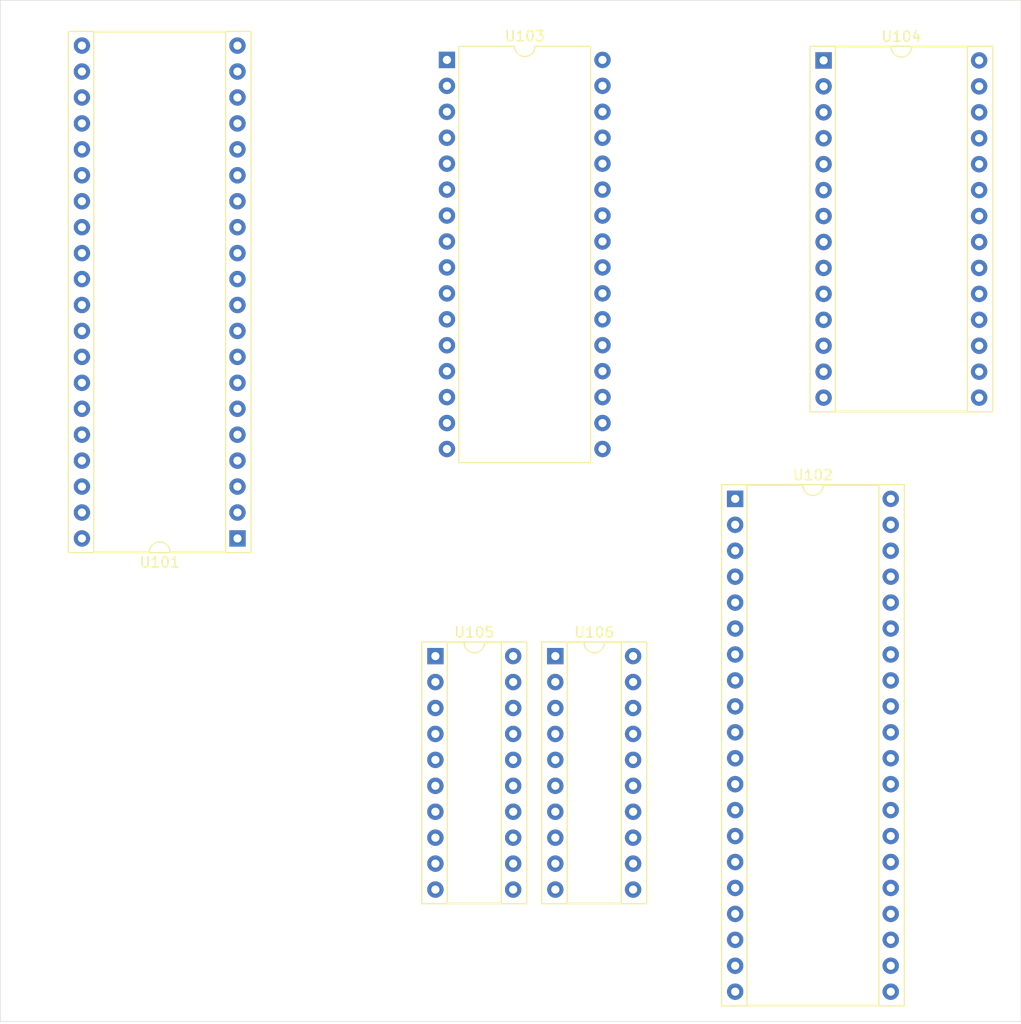
<source format=kicad_pcb>
(kicad_pcb (version 20240108) (generator "pcbnew") (generator_version "8.0")
  (layers (0 "F.Cu" signal) (31 "B.Cu" signal) (34 "B.Paste" user) (35 "F.Paste" user) (36 "B.SilkS" user "B.Silkscreen") (37 "F.SilkS" user "F.Silkscreen") (38 "B.Mask" user) (39 "F.Mask" user) (44 "Edge.Cuts" user))
  (net 0 "")
  (net 1 "6309.A1")
  (net 2 "BA")
  (net 4 "6309.A9")
  (net 5 "6309.A12")
  (net 6 "6309.A5")
  (net 7 "~{RES}")
  (net 8 "6309.R{slash}~{W}")
  (net 9 "GND")
  (net 10 "6309.A8")
  (net 11 "~{HALT}")
  (net 12 "6309.D7")
  (net 13 "6309.D0")
  (net 14 "6309.A14")
  (net 15 "AVMA")
  (net 16 "6309.D2")
  (net 17 "6309.A13")
  (net 18 "6309.D1")
  (net 19 "~{NMI}")
  (net 20 "LIC")
  (net 22 "6309.A3")
  (net 23 "~{FIRQ}")
  (net 24 "~{IRQ}")
  (net 25 "6309.D3")
  (net 26 "6309.A0")
  (net 27 "6309.A6")
  (net 28 "6309.A15")
  (net 29 "6309.D5")
  (net 30 "6309.D4")
  (net 31 "6309.A10")
  (net 32 "BUSY")
  (net 33 "BS")
  (net 34 "6309.A2")
  (net 35 "6309.A4")
  (net 36 "+5V")
  (net 37 "6309.A7")
  (net 38 "6309.D6")
  (net 39 "TSC")
  (net 40 "6309.A11")
  (footprint "Package_DIP:DIP-20_W7.62mm_Socket" (layer "F.Cu") (at 94.38 93.22)
    (property "Reference" "U106" (at 3.81 -2.33 0) (layer "F.SilkS"))
    (property "Value" "GAL16V8")
    (fp_line (start -1.33 -1.39) (end -1.33 24.25) (stroke (width 0.12)) (layer "F.SilkS"))
    (fp_line (start -1.33 24.25) (end 8.95 24.25) (stroke (width 0.12)) (layer "F.SilkS"))
    (fp_line (start 1.16 -1.33) (end 1.16 24.19) (stroke (width 0.12)) (layer "F.SilkS"))
    (fp_line (start 1.16 24.19) (end 6.46 24.19) (stroke (width 0.12)) (layer "F.SilkS"))
    (fp_line (start 2.81 -1.33) (end 1.16 -1.33) (stroke (width 0.12)) (layer "F.SilkS"))
    (fp_line (start 6.46 -1.33) (end 4.81 -1.33) (stroke (width 0.12)) (layer "F.SilkS"))
    (fp_line (start 6.46 24.19) (end 6.46 -1.33) (stroke (width 0.12)) (layer "F.SilkS"))
    (fp_line (start 8.95 -1.39) (end -1.33 -1.39) (stroke (width 0.12)) (layer "F.SilkS"))
    (fp_line (start 8.95 24.25) (end 8.95 -1.39) (stroke (width 0.12)) (layer "F.SilkS"))
    (fp_arc (start 4.81 -1.33) (mid 3.81 -0.33) (end 2.81 -1.33) (stroke (width 0.12)) (layer "F.SilkS"))
    (pad "1" thru_hole rect (at 0 0) (size 1.6 1.6) (drill 0.8) (layers "*.Cu" "*.Mask"))
    (pad "2" thru_hole oval (at 0 2.54) (size 1.6 1.6) (drill 0.8) (layers "*.Cu" "*.Mask"))
    (pad "3" thru_hole oval (at 0 5.08) (size 1.6 1.6) (drill 0.8) (layers "*.Cu" "*.Mask"))
    (pad "4" thru_hole oval (at 0 7.62) (size 1.6 1.6) (drill 0.8) (layers "*.Cu" "*.Mask"))
    (pad "5" thru_hole oval (at 0 10.16) (size 1.6 1.6) (drill 0.8) (layers "*.Cu" "*.Mask"))
    (pad "6" thru_hole oval (at 0 12.7) (size 1.6 1.6) (drill 0.8) (layers "*.Cu" "*.Mask"))
    (pad "7" thru_hole oval (at 0 15.24) (size 1.6 1.6) (drill 0.8) (layers "*.Cu" "*.Mask"))
    (pad "8" thru_hole oval (at 0 17.78) (size 1.6 1.6) (drill 0.8) (layers "*.Cu" "*.Mask"))
    (pad "9" thru_hole oval (at 0 20.32) (size 1.6 1.6) (drill 0.8) (layers "*.Cu" "*.Mask"))
    (pad "10" thru_hole oval (at 0 22.86) (size 1.6 1.6) (drill 0.8) (layers "*.Cu" "*.Mask") (net 9 "GND"))
    (pad "11" thru_hole oval (at 7.62 22.86) (size 1.6 1.6) (drill 0.8) (layers "*.Cu" "*.Mask"))
    (pad "12" thru_hole oval (at 7.62 20.32) (size 1.6 1.6) (drill 0.8) (layers "*.Cu" "*.Mask"))
    (pad "13" thru_hole oval (at 7.62 17.78) (size 1.6 1.6) (drill 0.8) (layers "*.Cu" "*.Mask"))
    (pad "14" thru_hole oval (at 7.62 15.24) (size 1.6 1.6) (drill 0.8) (layers "*.Cu" "*.Mask"))
    (pad "15" thru_hole oval (at 7.62 12.7) (size 1.6 1.6) (drill 0.8) (layers "*.Cu" "*.Mask"))
    (pad "16" thru_hole oval (at 7.62 10.16) (size 1.6 1.6) (drill 0.8) (layers "*.Cu" "*.Mask"))
    (pad "17" thru_hole oval (at 7.62 7.62) (size 1.6 1.6) (drill 0.8) (layers "*.Cu" "*.Mask"))
    (pad "18" thru_hole oval (at 7.62 5.08) (size 1.6 1.6) (drill 0.8) (layers "*.Cu" "*.Mask"))
    (pad "19" thru_hole oval (at 7.62 2.54) (size 1.6 1.6) (drill 0.8) (layers "*.Cu" "*.Mask"))
    (pad "20" thru_hole oval (at 7.62 0) (size 1.6 1.6) (drill 0.8) (layers "*.Cu" "*.Mask") (net 36 "+5V"))
  )
  (footprint "Package_DIP:DIP-28_W15.24mm_Socket" (layer "F.Cu") (at 120.66 34.89)
    (property "Reference" "U104" (at 7.62 -2.33 0) (layer "F.SilkS"))
    (property "Value" "28C256")
    (fp_line (start -1.33 -1.39) (end -1.33 34.41) (stroke (width 0.12)) (layer "F.SilkS"))
    (fp_line (start -1.33 34.41) (end 16.57 34.41) (stroke (width 0.12)) (layer "F.SilkS"))
    (fp_line (start 1.16 -1.33) (end 1.16 34.35) (stroke (width 0.12)) (layer "F.SilkS"))
    (fp_line (start 1.16 34.35) (end 14.08 34.35) (stroke (width 0.12)) (layer "F.SilkS"))
    (fp_line (start 6.62 -1.33) (end 1.16 -1.33) (stroke (width 0.12)) (layer "F.SilkS"))
    (fp_line (start 14.08 -1.33) (end 8.62 -1.33) (stroke (width 0.12)) (layer "F.SilkS"))
    (fp_line (start 14.08 34.35) (end 14.08 -1.33) (stroke (width 0.12)) (layer "F.SilkS"))
    (fp_line (start 16.57 -1.39) (end -1.33 -1.39) (stroke (width 0.12)) (layer "F.SilkS"))
    (fp_line (start 16.57 34.41) (end 16.57 -1.39) (stroke (width 0.12)) (layer "F.SilkS"))
    (fp_arc (start 8.62 -1.33) (mid 7.62 -0.33) (end 6.62 -1.33) (stroke (width 0.12)) (layer "F.SilkS"))
    (pad "1" thru_hole rect (at 0 0) (size 1.6 1.6) (drill 0.8) (layers "*.Cu" "*.Mask") (net 14 "6309.A14"))
    (pad "2" thru_hole oval (at 0 2.54) (size 1.6 1.6) (drill 0.8) (layers "*.Cu" "*.Mask") (net 5 "6309.A12"))
    (pad "3" thru_hole oval (at 0 5.08) (size 1.6 1.6) (drill 0.8) (layers "*.Cu" "*.Mask") (net 37 "6309.A7"))
    (pad "4" thru_hole oval (at 0 7.62) (size 1.6 1.6) (drill 0.8) (layers "*.Cu" "*.Mask") (net 27 "6309.A6"))
    (pad "5" thru_hole oval (at 0 10.16) (size 1.6 1.6) (drill 0.8) (layers "*.Cu" "*.Mask") (net 6 "6309.A5"))
    (pad "6" thru_hole oval (at 0 12.7) (size 1.6 1.6) (drill 0.8) (layers "*.Cu" "*.Mask") (net 35 "6309.A4"))
    (pad "7" thru_hole oval (at 0 15.24) (size 1.6 1.6) (drill 0.8) (layers "*.Cu" "*.Mask") (net 22 "6309.A3"))
    (pad "8" thru_hole oval (at 0 17.78) (size 1.6 1.6) (drill 0.8) (layers "*.Cu" "*.Mask") (net 34 "6309.A2"))
    (pad "9" thru_hole oval (at 0 20.32) (size 1.6 1.6) (drill 0.8) (layers "*.Cu" "*.Mask") (net 1 "6309.A1"))
    (pad "10" thru_hole oval (at 0 22.86) (size 1.6 1.6) (drill 0.8) (layers "*.Cu" "*.Mask") (net 26 "6309.A0"))
    (pad "11" thru_hole oval (at 0 25.4) (size 1.6 1.6) (drill 0.8) (layers "*.Cu" "*.Mask") (net 13 "6309.D0"))
    (pad "12" thru_hole oval (at 0 27.94) (size 1.6 1.6) (drill 0.8) (layers "*.Cu" "*.Mask") (net 18 "6309.D1"))
    (pad "13" thru_hole oval (at 0 30.48) (size 1.6 1.6) (drill 0.8) (layers "*.Cu" "*.Mask") (net 16 "6309.D2"))
    (pad "14" thru_hole oval (at 0 33.02) (size 1.6 1.6) (drill 0.8) (layers "*.Cu" "*.Mask") (net 9 "GND"))
    (pad "15" thru_hole oval (at 15.24 33.02) (size 1.6 1.6) (drill 0.8) (layers "*.Cu" "*.Mask") (net 25 "6309.D3"))
    (pad "16" thru_hole oval (at 15.24 30.48) (size 1.6 1.6) (drill 0.8) (layers "*.Cu" "*.Mask") (net 30 "6309.D4"))
    (pad "17" thru_hole oval (at 15.24 27.94) (size 1.6 1.6) (drill 0.8) (layers "*.Cu" "*.Mask") (net 29 "6309.D5"))
    (pad "18" thru_hole oval (at 15.24 25.4) (size 1.6 1.6) (drill 0.8) (layers "*.Cu" "*.Mask") (net 38 "6309.D6"))
    (pad "19" thru_hole oval (at 15.24 22.86) (size 1.6 1.6) (drill 0.8) (layers "*.Cu" "*.Mask") (net 12 "6309.D7"))
    (pad "20" thru_hole oval (at 15.24 20.32) (size 1.6 1.6) (drill 0.8) (layers "*.Cu" "*.Mask"))
    (pad "21" thru_hole oval (at 15.24 17.78) (size 1.6 1.6) (drill 0.8) (layers "*.Cu" "*.Mask") (net 31 "6309.A10"))
    (pad "22" thru_hole oval (at 15.24 15.24) (size 1.6 1.6) (drill 0.8) (layers "*.Cu" "*.Mask"))
    (pad "23" thru_hole oval (at 15.24 12.7) (size 1.6 1.6) (drill 0.8) (layers "*.Cu" "*.Mask") (net 40 "6309.A11"))
    (pad "24" thru_hole oval (at 15.24 10.16) (size 1.6 1.6) (drill 0.8) (layers "*.Cu" "*.Mask") (net 4 "6309.A9"))
    (pad "25" thru_hole oval (at 15.24 7.62) (size 1.6 1.6) (drill 0.8) (layers "*.Cu" "*.Mask") (net 10 "6309.A8"))
    (pad "26" thru_hole oval (at 15.24 5.08) (size 1.6 1.6) (drill 0.8) (layers "*.Cu" "*.Mask") (net 17 "6309.A13"))
    (pad "27" thru_hole oval (at 15.24 2.54) (size 1.6 1.6) (drill 0.8) (layers "*.Cu" "*.Mask"))
    (pad "28" thru_hole oval (at 15.24 0) (size 1.6 1.6) (drill 0.8) (layers "*.Cu" "*.Mask") (net 36 "+5V"))
  )
  (footprint "Package_DIP:DIP-40_W15.24mm_Socket" (layer "F.Cu") (at 63.24 81.7 180)
    (property "Reference" "U101" (at 7.62 -2.33 0) (layer "F.SilkS"))
    (property "Value" "~")
    (fp_line (start 16.57 49.65) (end 16.57 -1.39) (stroke (width 0.12)) (layer "F.SilkS"))
    (fp_line (start 16.57 -1.39) (end -1.33 -1.39) (stroke (width 0.12)) (layer "F.SilkS"))
    (fp_line (start 14.08 49.59) (end 14.08 -1.33) (stroke (width 0.12)) (layer "F.SilkS"))
    (fp_line (start 14.08 -1.33) (end 8.62 -1.33) (stroke (width 0.12)) (layer "F.SilkS"))
    (fp_line (start 6.62 -1.33) (end 1.16 -1.33) (stroke (width 0.12)) (layer "F.SilkS"))
    (fp_line (start 1.16 49.59) (end 14.08 49.59) (stroke (width 0.12)) (layer "F.SilkS"))
    (fp_line (start 1.16 -1.33) (end 1.16 49.59) (stroke (width 0.12)) (layer "F.SilkS"))
    (fp_line (start -1.33 49.65) (end 16.57 49.65) (stroke (width 0.12)) (layer "F.SilkS"))
    (fp_line (start -1.33 -1.39) (end -1.33 49.65) (stroke (width 0.12)) (layer "F.SilkS"))
    (fp_arc (start 8.62 -1.33) (mid 7.62 -0.33) (end 6.62 -1.33) (stroke (width 0.12)) (layer "F.SilkS"))
    (pad "1" thru_hole rect (at 0 0 180) (size 1.6 1.6) (drill 0.8) (layers "*.Cu" "*.Mask") (net 9 "GND"))
    (pad "2" thru_hole oval (at 0 2.54 180) (size 1.6 1.6) (drill 0.8) (layers "*.Cu" "*.Mask") (net 19 "~{NMI}"))
    (pad "3" thru_hole oval (at 0 5.08 180) (size 1.6 1.6) (drill 0.8) (layers "*.Cu" "*.Mask") (net 24 "~{IRQ}"))
    (pad "4" thru_hole oval (at 0 7.62 180) (size 1.6 1.6) (drill 0.8) (layers "*.Cu" "*.Mask") (net 23 "~{FIRQ}"))
    (pad "5" thru_hole oval (at 0 10.16 180) (size 1.6 1.6) (drill 0.8) (layers "*.Cu" "*.Mask") (net 33 "BS"))
    (pad "6" thru_hole oval (at 0 12.7 180) (size 1.6 1.6) (drill 0.8) (layers "*.Cu" "*.Mask") (net 2 "BA"))
    (pad "7" thru_hole oval (at 0 15.24 180) (size 1.6 1.6) (drill 0.8) (layers "*.Cu" "*.Mask") (net 36 "+5V"))
    (pad "8" thru_hole oval (at 0 17.78 180) (size 1.6 1.6) (drill 0.8) (layers "*.Cu" "*.Mask") (net 26 "6309.A0"))
    (pad "9" thru_hole oval (at 0 20.32 180) (size 1.6 1.6) (drill 0.8) (layers "*.Cu" "*.Mask") (net 1 "6309.A1"))
    (pad "10" thru_hole oval (at 0 22.86 180) (size 1.6 1.6) (drill 0.8) (layers "*.Cu" "*.Mask") (net 34 "6309.A2"))
    (pad "11" thru_hole oval (at 0 25.4 180) (size 1.6 1.6) (drill 0.8) (layers "*.Cu" "*.Mask") (net 22 "6309.A3"))
    (pad "12" thru_hole oval (at 0 27.94 180) (size 1.6 1.6) (drill 0.8) (layers "*.Cu" "*.Mask") (net 35 "6309.A4"))
    (pad "13" thru_hole oval (at 0 30.48 180) (size 1.6 1.6) (drill 0.8) (layers "*.Cu" "*.Mask") (net 6 "6309.A5"))
    (pad "14" thru_hole oval (at 0 33.02 180) (size 1.6 1.6) (drill 0.8) (layers "*.Cu" "*.Mask") (net 27 "6309.A6"))
    (pad "15" thru_hole oval (at 0 35.56 180) (size 1.6 1.6) (drill 0.8) (layers "*.Cu" "*.Mask") (net 37 "6309.A7"))
    (pad "16" thru_hole oval (at 0 38.1 180) (size 1.6 1.6) (drill 0.8) (layers "*.Cu" "*.Mask") (net 10 "6309.A8"))
    (pad "17" thru_hole oval (at 0 40.64 180) (size 1.6 1.6) (drill 0.8) (layers "*.Cu" "*.Mask") (net 4 "6309.A9"))
    (pad "18" thru_hole oval (at 0 43.18 180) (size 1.6 1.6) (drill 0.8) (layers "*.Cu" "*.Mask") (net 31 "6309.A10"))
    (pad "19" thru_hole oval (at 0 45.72 180) (size 1.6 1.6) (drill 0.8) (layers "*.Cu" "*.Mask") (net 40 "6309.A11"))
    (pad "20" thru_hole oval (at 0 48.26 180) (size 1.6 1.6) (drill 0.8) (layers "*.Cu" "*.Mask") (net 5 "6309.A12"))
    (pad "21" thru_hole oval (at 15.24 48.26 180) (size 1.6 1.6) (drill 0.8) (layers "*.Cu" "*.Mask") (net 17 "6309.A13"))
    (pad "22" thru_hole oval (at 15.24 45.72 180) (size 1.6 1.6) (drill 0.8) (layers "*.Cu" "*.Mask") (net 14 "6309.A14"))
    (pad "23" thru_hole oval (at 15.24 43.18 180) (size 1.6 1.6) (drill 0.8) (layers "*.Cu" "*.Mask") (net 28 "6309.A15"))
    (pad "24" thru_hole oval (at 15.24 40.64 180) (size 1.6 1.6) (drill 0.8) (layers "*.Cu" "*.Mask") (net 12 "6309.D7"))
    (pad "25" thru_hole oval (at 15.24 38.1 180) (size 1.6 1.6) (drill 0.8) (layers "*.Cu" "*.Mask") (net 38 "6309.D6"))
    (pad "26" thru_hole oval (at 15.24 35.56 180) (size 1.6 1.6) (drill 0.8) (layers "*.Cu" "*.Mask") (net 29 "6309.D5"))
    (pad "27" thru_hole oval (at 15.24 33.02 180) (size 1.6 1.6) (drill 0.8) (layers "*.Cu" "*.Mask") (net 30 "6309.D4"))
    (pad "28" thru_hole oval (at 15.24 30.48 180) (size 1.6 1.6) (drill 0.8) (layers "*.Cu" "*.Mask") (net 25 "6309.D3"))
    (pad "29" thru_hole oval (at 15.24 27.94 180) (size 1.6 1.6) (drill 0.8) (layers "*.Cu" "*.Mask") (net 16 "6309.D2"))
    (pad "30" thru_hole oval (at 15.24 25.4 180) (size 1.6 1.6) (drill 0.8) (layers "*.Cu" "*.Mask") (net 18 "6309.D1"))
    (pad "31" thru_hole oval (at 15.24 22.86 180) (size 1.6 1.6) (drill 0.8) (layers "*.Cu" "*.Mask") (net 13 "6309.D0"))
    (pad "32" thru_hole oval (at 15.24 20.32 180) (size 1.6 1.6) (drill 0.8) (layers "*.Cu" "*.Mask") (net 8 "6309.R{slash}~{W}"))
    (pad "33" thru_hole oval (at 15.24 17.78 180) (size 1.6 1.6) (drill 0.8) (layers "*.Cu" "*.Mask") (net 32 "BUSY"))
    (pad "34" thru_hole oval (at 15.24 15.24 180) (size 1.6 1.6) (drill 0.8) (layers "*.Cu" "*.Mask"))
    (pad "35" thru_hole oval (at 15.24 12.7 180) (size 1.6 1.6) (drill 0.8) (layers "*.Cu" "*.Mask"))
    (pad "36" thru_hole oval (at 15.24 10.16 180) (size 1.6 1.6) (drill 0.8) (layers "*.Cu" "*.Mask") (net 15 "AVMA"))
    (pad "37" thru_hole oval (at 15.24 7.62 180) (size 1.6 1.6) (drill 0.8) (layers "*.Cu" "*.Mask") (net 7 "~{RES}"))
    (pad "38" thru_hole oval (at 15.24 5.08 180) (size 1.6 1.6) (drill 0.8) (layers "*.Cu" "*.Mask") (net 20 "LIC"))
    (pad "39" thru_hole oval (at 15.24 2.54 180) (size 1.6 1.6) (drill 0.8) (layers "*.Cu" "*.Mask") (net 39 "TSC"))
    (pad "40" thru_hole oval (at 15.24 0 180) (size 1.6 1.6) (drill 0.8) (layers "*.Cu" "*.Mask") (net 11 "~{HALT}"))
  )
  (footprint "Package_DIP:DIP-40_W15.24mm_Socket" (layer "F.Cu") (at 112 77.82)
    (property "Reference" "U102" (at 7.62 -2.33 0) (layer "F.SilkS"))
    (property "Value" "68C681")
    (fp_line (start -1.33 -1.39) (end -1.33 49.65) (stroke (width 0.12)) (layer "F.SilkS"))
    (fp_line (start -1.33 49.65) (end 16.57 49.65) (stroke (width 0.12)) (layer "F.SilkS"))
    (fp_line (start 1.16 -1.33) (end 1.16 49.59) (stroke (width 0.12)) (layer "F.SilkS"))
    (fp_line (start 1.16 49.59) (end 14.08 49.59) (stroke (width 0.12)) (layer "F.SilkS"))
    (fp_line (start 6.62 -1.33) (end 1.16 -1.33) (stroke (width 0.12)) (layer "F.SilkS"))
    (fp_line (start 14.08 -1.33) (end 8.62 -1.33) (stroke (width 0.12)) (layer "F.SilkS"))
    (fp_line (start 14.08 49.59) (end 14.08 -1.33) (stroke (width 0.12)) (layer "F.SilkS"))
    (fp_line (start 16.57 -1.39) (end -1.33 -1.39) (stroke (width 0.12)) (layer "F.SilkS"))
    (fp_line (start 16.57 49.65) (end 16.57 -1.39) (stroke (width 0.12)) (layer "F.SilkS"))
    (fp_arc (start 8.62 -1.33) (mid 7.62 -0.33) (end 6.62 -1.33) (stroke (width 0.12)) (layer "F.SilkS"))
    (pad "1" thru_hole rect (at 0 0) (size 1.6 1.6) (drill 0.8) (layers "*.Cu" "*.Mask"))
    (pad "2" thru_hole oval (at 0 2.54) (size 1.6 1.6) (drill 0.8) (layers "*.Cu" "*.Mask"))
    (pad "3" thru_hole oval (at 0 5.08) (size 1.6 1.6) (drill 0.8) (layers "*.Cu" "*.Mask"))
    (pad "4" thru_hole oval (at 0 7.62) (size 1.6 1.6) (drill 0.8) (layers "*.Cu" "*.Mask"))
    (pad "5" thru_hole oval (at 0 10.16) (size 1.6 1.6) (drill 0.8) (layers "*.Cu" "*.Mask"))
    (pad "6" thru_hole oval (at 0 12.7) (size 1.6 1.6) (drill 0.8) (layers "*.Cu" "*.Mask"))
    (pad "7" thru_hole oval (at 0 15.24) (size 1.6 1.6) (drill 0.8) (layers "*.Cu" "*.Mask"))
    (pad "8" thru_hole oval (at 0 17.78) (size 1.6 1.6) (drill 0.8) (layers "*.Cu" "*.Mask"))
    (pad "9" thru_hole oval (at 0 20.32) (size 1.6 1.6) (drill 0.8) (layers "*.Cu" "*.Mask"))
    (pad "10" thru_hole oval (at 0 22.86) (size 1.6 1.6) (drill 0.8) (layers "*.Cu" "*.Mask"))
    (pad "11" thru_hole oval (at 0 25.4) (size 1.6 1.6) (drill 0.8) (layers "*.Cu" "*.Mask"))
    (pad "12" thru_hole oval (at 0 27.94) (size 1.6 1.6) (drill 0.8) (layers "*.Cu" "*.Mask"))
    (pad "13" thru_hole oval (at 0 30.48) (size 1.6 1.6) (drill 0.8) (layers "*.Cu" "*.Mask"))
    (pad "14" thru_hole oval (at 0 33.02) (size 1.6 1.6) (drill 0.8) (layers "*.Cu" "*.Mask"))
    (pad "15" thru_hole oval (at 0 35.56) (size 1.6 1.6) (drill 0.8) (layers "*.Cu" "*.Mask"))
    (pad "16" thru_hole oval (at 0 38.1) (size 1.6 1.6) (drill 0.8) (layers "*.Cu" "*.Mask"))
    (pad "17" thru_hole oval (at 0 40.64) (size 1.6 1.6) (drill 0.8) (layers "*.Cu" "*.Mask"))
    (pad "18" thru_hole oval (at 0 43.18) (size 1.6 1.6) (drill 0.8) (layers "*.Cu" "*.Mask"))
    (pad "19" thru_hole oval (at 0 45.72) (size 1.6 1.6) (drill 0.8) (layers "*.Cu" "*.Mask"))
    (pad "20" thru_hole oval (at 0 48.26) (size 1.6 1.6) (drill 0.8) (layers "*.Cu" "*.Mask") (net 9 "GND"))
    (pad "21" thru_hole oval (at 15.24 48.26) (size 1.6 1.6) (drill 0.8) (layers "*.Cu" "*.Mask"))
    (pad "22" thru_hole oval (at 15.24 45.72) (size 1.6 1.6) (drill 0.8) (layers "*.Cu" "*.Mask"))
    (pad "23" thru_hole oval (at 15.24 43.18) (size 1.6 1.6) (drill 0.8) (layers "*.Cu" "*.Mask"))
    (pad "24" thru_hole oval (at 15.24 40.64) (size 1.6 1.6) (drill 0.8) (layers "*.Cu" "*.Mask"))
    (pad "25" thru_hole oval (at 15.24 38.1) (size 1.6 1.6) (drill 0.8) (layers "*.Cu" "*.Mask"))
    (pad "26" thru_hole oval (at 15.24 35.56) (size 1.6 1.6) (drill 0.8) (layers "*.Cu" "*.Mask"))
    (pad "27" thru_hole oval (at 15.24 33.02) (size 1.6 1.6) (drill 0.8) (layers "*.Cu" "*.Mask"))
    (pad "28" thru_hole oval (at 15.24 30.48) (size 1.6 1.6) (drill 0.8) (layers "*.Cu" "*.Mask"))
    (pad "29" thru_hole oval (at 15.24 27.94) (size 1.6 1.6) (drill 0.8) (layers "*.Cu" "*.Mask"))
    (pad "30" thru_hole oval (at 15.24 25.4) (size 1.6 1.6) (drill 0.8) (layers "*.Cu" "*.Mask"))
    (pad "31" thru_hole oval (at 15.24 22.86) (size 1.6 1.6) (drill 0.8) (layers "*.Cu" "*.Mask"))
    (pad "32" thru_hole oval (at 15.24 20.32) (size 1.6 1.6) (drill 0.8) (layers "*.Cu" "*.Mask"))
    (pad "33" thru_hole oval (at 15.24 17.78) (size 1.6 1.6) (drill 0.8) (layers "*.Cu" "*.Mask"))
    (pad "34" thru_hole oval (at 15.24 15.24) (size 1.6 1.6) (drill 0.8) (layers "*.Cu" "*.Mask"))
    (pad "35" thru_hole oval (at 15.24 12.7) (size 1.6 1.6) (drill 0.8) (layers "*.Cu" "*.Mask"))
    (pad "36" thru_hole oval (at 15.24 10.16) (size 1.6 1.6) (drill 0.8) (layers "*.Cu" "*.Mask"))
    (pad "37" thru_hole oval (at 15.24 7.62) (size 1.6 1.6) (drill 0.8) (layers "*.Cu" "*.Mask"))
    (pad "38" thru_hole oval (at 15.24 5.08) (size 1.6 1.6) (drill 0.8) (layers "*.Cu" "*.Mask"))
    (pad "39" thru_hole oval (at 15.24 2.54) (size 1.6 1.6) (drill 0.8) (layers "*.Cu" "*.Mask"))
    (pad "40" thru_hole oval (at 15.24 0) (size 1.6 1.6) (drill 0.8) (layers "*.Cu" "*.Mask") (net 36 "+5V"))
  )
  (footprint "Package_DIP:DIP-20_W7.62mm_Socket" (layer "F.Cu") (at 82.63 93.22)
    (property "Reference" "U105" (at 3.81 -2.33 0) (layer "F.SilkS"))
    (property "Value" "GAL16V8")
    (fp_line (start -1.33 -1.39) (end -1.33 24.25) (stroke (width 0.12)) (layer "F.SilkS"))
    (fp_line (start -1.33 24.25) (end 8.95 24.25) (stroke (width 0.12)) (layer "F.SilkS"))
    (fp_line (start 1.16 -1.33) (end 1.16 24.19) (stroke (width 0.12)) (layer "F.SilkS"))
    (fp_line (start 1.16 24.19) (end 6.46 24.19) (stroke (width 0.12)) (layer "F.SilkS"))
    (fp_line (start 2.81 -1.33) (end 1.16 -1.33) (stroke (width 0.12)) (layer "F.SilkS"))
    (fp_line (start 6.46 -1.33) (end 4.81 -1.33) (stroke (width 0.12)) (layer "F.SilkS"))
    (fp_line (start 6.46 24.19) (end 6.46 -1.33) (stroke (width 0.12)) (layer "F.SilkS"))
    (fp_line (start 8.95 -1.39) (end -1.33 -1.39) (stroke (width 0.12)) (layer "F.SilkS"))
    (fp_line (start 8.95 24.25) (end 8.95 -1.39) (stroke (width 0.12)) (layer "F.SilkS"))
    (fp_arc (start 4.81 -1.33) (mid 3.81 -0.33) (end 2.81 -1.33) (stroke (width 0.12)) (layer "F.SilkS"))
    (pad "1" thru_hole rect (at 0 0) (size 1.6 1.6) (drill 0.8) (layers "*.Cu" "*.Mask"))
    (pad "2" thru_hole oval (at 0 2.54) (size 1.6 1.6) (drill 0.8) (layers "*.Cu" "*.Mask"))
    (pad "3" thru_hole oval (at 0 5.08) (size 1.6 1.6) (drill 0.8) (layers "*.Cu" "*.Mask"))
    (pad "4" thru_hole oval (at 0 7.62) (size 1.6 1.6) (drill 0.8) (layers "*.Cu" "*.Mask"))
    (pad "5" thru_hole oval (at 0 10.16) (size 1.6 1.6) (drill 0.8) (layers "*.Cu" "*.Mask"))
    (pad "6" thru_hole oval (at 0 12.7) (size 1.6 1.6) (drill 0.8) (layers "*.Cu" "*.Mask"))
    (pad "7" thru_hole oval (at 0 15.24) (size 1.6 1.6) (drill 0.8) (layers "*.Cu" "*.Mask"))
    (pad "8" thru_hole oval (at 0 17.78) (size 1.6 1.6) (drill 0.8) (layers "*.Cu" "*.Mask"))
    (pad "9" thru_hole oval (at 0 20.32) (size 1.6 1.6) (drill 0.8) (layers "*.Cu" "*.Mask"))
    (pad "10" thru_hole oval (at 0 22.86) (size 1.6 1.6) (drill 0.8) (layers "*.Cu" "*.Mask") (net 9 "GND"))
    (pad "11" thru_hole oval (at 7.62 22.86) (size 1.6 1.6) (drill 0.8) (layers "*.Cu" "*.Mask"))
    (pad "12" thru_hole oval (at 7.62 20.32) (size 1.6 1.6) (drill 0.8) (layers "*.Cu" "*.Mask"))
    (pad "13" thru_hole oval (at 7.62 17.78) (size 1.6 1.6) (drill 0.8) (layers "*.Cu" "*.Mask"))
    (pad "14" thru_hole oval (at 7.62 15.24) (size 1.6 1.6) (drill 0.8) (layers "*.Cu" "*.Mask"))
    (pad "15" thru_hole oval (at 7.62 12.7) (size 1.6 1.6) (drill 0.8) (layers "*.Cu" "*.Mask"))
    (pad "16" thru_hole oval (at 7.62 10.16) (size 1.6 1.6) (drill 0.8) (layers "*.Cu" "*.Mask"))
    (pad "17" thru_hole oval (at 7.62 7.62) (size 1.6 1.6) (drill 0.8) (layers "*.Cu" "*.Mask"))
    (pad "18" thru_hole oval (at 7.62 5.08) (size 1.6 1.6) (drill 0.8) (layers "*.Cu" "*.Mask"))
    (pad "19" thru_hole oval (at 7.62 2.54) (size 1.6 1.6) (drill 0.8) (layers "*.Cu" "*.Mask"))
    (pad "20" thru_hole oval (at 7.62 0) (size 1.6 1.6) (drill 0.8) (layers "*.Cu" "*.Mask") (net 36 "+5V"))
  )
  (footprint "Package_DIP:DIP-32_W15.24mm" (layer "F.Cu") (at 83.76 34.84)
    (property "Reference" "U103" (at 7.62 -2.33 0) (layer "F.SilkS"))
    (property "Value" "AS6C4008-55PCN")
    (fp_line (start 1.16 -1.33) (end 1.16 39.43) (stroke (width 0.12)) (layer "F.SilkS"))
    (fp_line (start 1.16 39.43) (end 14.08 39.43) (stroke (width 0.12)) (layer "F.SilkS"))
    (fp_line (start 6.62 -1.33) (end 1.16 -1.33) (stroke (width 0.12)) (layer "F.SilkS"))
    (fp_line (start 14.08 -1.33) (end 8.62 -1.33) (stroke (width 0.12)) (layer "F.SilkS"))
    (fp_line (start 14.08 39.43) (end 14.08 -1.33) (stroke (width 0.12)) (layer "F.SilkS"))
    (fp_arc (start 8.62 -1.33) (mid 7.62 -0.33) (end 6.62 -1.33) (stroke (width 0.12)) (layer "F.SilkS"))
    (pad "1" thru_hole rect (at 0 0) (size 1.6 1.6) (drill 0.8) (layers "*.Cu" "*.Mask"))
    (pad "2" thru_hole oval (at 0 2.54) (size 1.6 1.6) (drill 0.8) (layers "*.Cu" "*.Mask"))
    (pad "3" thru_hole oval (at 0 5.08) (size 1.6 1.6) (drill 0.8) (layers "*.Cu" "*.Mask") (net 14 "6309.A14"))
    (pad "4" thru_hole oval (at 0 7.62) (size 1.6 1.6) (drill 0.8) (layers "*.Cu" "*.Mask") (net 5 "6309.A12"))
    (pad "5" thru_hole oval (at 0 10.16) (size 1.6 1.6) (drill 0.8) (layers "*.Cu" "*.Mask") (net 37 "6309.A7"))
    (pad "6" thru_hole oval (at 0 12.7) (size 1.6 1.6) (drill 0.8) (layers "*.Cu" "*.Mask") (net 27 "6309.A6"))
    (pad "7" thru_hole oval (at 0 15.24) (size 1.6 1.6) (drill 0.8) (layers "*.Cu" "*.Mask") (net 6 "6309.A5"))
    (pad "8" thru_hole oval (at 0 17.78) (size 1.6 1.6) (drill 0.8) (layers "*.Cu" "*.Mask") (net 35 "6309.A4"))
    (pad "9" thru_hole oval (at 0 20.32) (size 1.6 1.6) (drill 0.8) (layers "*.Cu" "*.Mask") (net 22 "6309.A3"))
    (pad "10" thru_hole oval (at 0 22.86) (size 1.6 1.6) (drill 0.8) (layers "*.Cu" "*.Mask") (net 34 "6309.A2"))
    (pad "11" thru_hole oval (at 0 25.4) (size 1.6 1.6) (drill 0.8) (layers "*.Cu" "*.Mask") (net 1 "6309.A1"))
    (pad "12" thru_hole oval (at 0 27.94) (size 1.6 1.6) (drill 0.8) (layers "*.Cu" "*.Mask") (net 26 "6309.A0"))
    (pad "13" thru_hole oval (at 0 30.48) (size 1.6 1.6) (drill 0.8) (layers "*.Cu" "*.Mask") (net 13 "6309.D0"))
    (pad "14" thru_hole oval (at 0 33.02) (size 1.6 1.6) (drill 0.8) (layers "*.Cu" "*.Mask") (net 18 "6309.D1"))
    (pad "15" thru_hole oval (at 0 35.56) (size 1.6 1.6) (drill 0.8) (layers "*.Cu" "*.Mask") (net 16 "6309.D2"))
    (pad "16" thru_hole oval (at 0 38.1) (size 1.6 1.6) (drill 0.8) (layers "*.Cu" "*.Mask") (net 9 "GND"))
    (pad "17" thru_hole oval (at 15.24 38.1) (size 1.6 1.6) (drill 0.8) (layers "*.Cu" "*.Mask") (net 25 "6309.D3"))
    (pad "18" thru_hole oval (at 15.24 35.56) (size 1.6 1.6) (drill 0.8) (layers "*.Cu" "*.Mask") (net 30 "6309.D4"))
    (pad "19" thru_hole oval (at 15.24 33.02) (size 1.6 1.6) (drill 0.8) (layers "*.Cu" "*.Mask") (net 29 "6309.D5"))
    (pad "20" thru_hole oval (at 15.24 30.48) (size 1.6 1.6) (drill 0.8) (layers "*.Cu" "*.Mask") (net 38 "6309.D6"))
    (pad "21" thru_hole oval (at 15.24 27.94) (size 1.6 1.6) (drill 0.8) (layers "*.Cu" "*.Mask") (net 12 "6309.D7"))
    (pad "22" thru_hole oval (at 15.24 25.4) (size 1.6 1.6) (drill 0.8) (layers "*.Cu" "*.Mask"))
    (pad "23" thru_hole oval (at 15.24 22.86) (size 1.6 1.6) (drill 0.8) (layers "*.Cu" "*.Mask") (net 31 "6309.A10"))
    (pad "24" thru_hole oval (at 15.24 20.32) (size 1.6 1.6) (drill 0.8) (layers "*.Cu" "*.Mask"))
    (pad "25" thru_hole oval (at 15.24 17.78) (size 1.6 1.6) (drill 0.8) (layers "*.Cu" "*.Mask") (net 40 "6309.A11"))
    (pad "26" thru_hole oval (at 15.24 15.24) (size 1.6 1.6) (drill 0.8) (layers "*.Cu" "*.Mask") (net 4 "6309.A9"))
    (pad "27" thru_hole oval (at 15.24 12.7) (size 1.6 1.6) (drill 0.8) (layers "*.Cu" "*.Mask") (net 10 "6309.A8"))
    (pad "28" thru_hole oval (at 15.24 10.16) (size 1.6 1.6) (drill 0.8) (layers "*.Cu" "*.Mask") (net 17 "6309.A13"))
    (pad "29" thru_hole oval (at 15.24 7.62) (size 1.6 1.6) (drill 0.8) (layers "*.Cu" "*.Mask"))
    (pad "30" thru_hole oval (at 15.24 5.08) (size 1.6 1.6) (drill 0.8) (layers "*.Cu" "*.Mask"))
    (pad "31" thru_hole oval (at 15.24 2.54) (size 1.6 1.6) (drill 0.8) (layers "*.Cu" "*.Mask") (net 28 "6309.A15"))
    (pad "32" thru_hole oval (at 15.24 0) (size 1.6 1.6) (drill 0.8) (layers "*.Cu" "*.Mask") (net 36 "+5V"))
  )
  (gr_rect (start 40 29) (end 140 129) (stroke (width 0.05)) (fill none) (layer "Edge.Cuts"))
)
</source>
